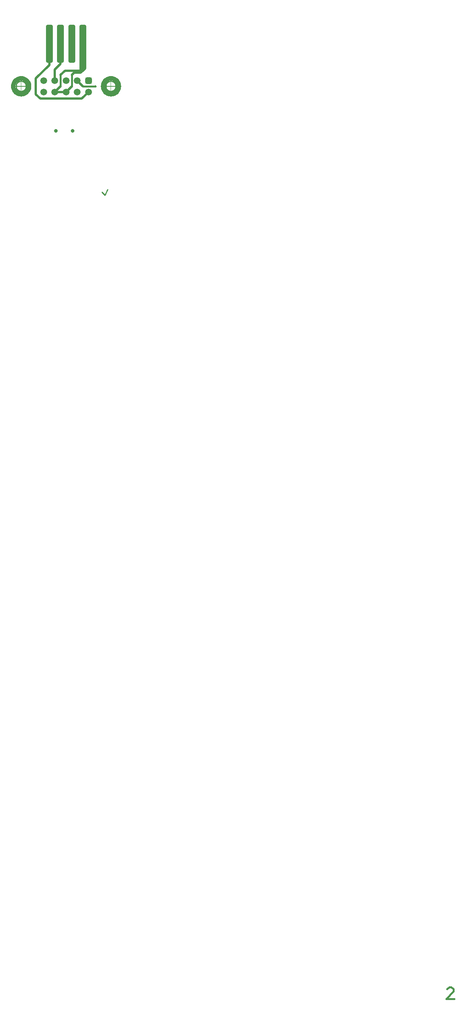
<source format=gtl>
G04*
G04  File:            CL_INTERFACE_8PIN_ADAPTER_(PCAD2006).GTL, Thu Oct 24 18:45:35 2019*
G04  Source:          P-CAD 2006 PCB, Version 19.02.958, (D:\retrocomputing\CL-interface\git\usb-current-loop-converter\pcb\cl_interface_8pin_adapter_(pcad2006).pcb)*
G04  Format:          Gerber Format (RS-274-D), ASCII*
G04*
G04  Format Options:  Absolute Positioning*
G04                   Leading-Zero Suppression*
G04                   Scale Factor 1:1*
G04                   NO Circular Interpolation*
G04                   Millimeter Units*
G04                   Numeric Format: 5.3 (XXXXX.XXX)*
G04                   G54 NOT Used for Aperture Change*
G04                   Apertures Embedded*
G04*
G04  File Options:    Offset = (0.000mm,0.000mm)*
G04                   Drill Symbol Size = 2.032mm*
G04                   Pad/Via Holes*
G04*
G04  File Contents:   Pads*
G04                   Vias*
G04                   No Designators*
G04                   No Types*
G04                   No Values*
G04                   No Drill Symbols*
G04                   Top*
G04*
%INCL_INTERFACE_8PIN_ADAPTER_(PCAD2006).GTL*%
%ICAS*%
%MOMM*%
G04*
G04  Aperture MACROs for general use --- invoked via D-code assignment *
G04*
G04  General MACRO for flashed round with rotation and/or offset hole *
%AMROTOFFROUND*
1,1,$1,0.0000,0.0000*
1,0,$2,$3,$4*%
G04*
G04  General MACRO for flashed oval (obround) with rotation and/or offset hole *
%AMROTOFFOVAL*
21,1,$1,$2,0.0000,0.0000,$3*
1,1,$4,$5,$6*
1,1,$4,0-$5,0-$6*
1,0,$7,$8,$9*%
G04*
G04  General MACRO for flashed oval (obround) with rotation and no hole *
%AMROTOVALNOHOLE*
21,1,$1,$2,0.0000,0.0000,$3*
1,1,$4,$5,$6*
1,1,$4,0-$5,0-$6*%
G04*
G04  General MACRO for flashed rectangle with rotation and/or offset hole *
%AMROTOFFRECT*
21,1,$1,$2,0.0000,0.0000,$3*
1,0,$4,$5,$6*%
G04*
G04  General MACRO for flashed rectangle with rotation and no hole *
%AMROTRECTNOHOLE*
21,1,$1,$2,0.0000,0.0000,$3*%
G04*
G04  General MACRO for flashed rounded-rectangle *
%AMROUNDRECT*
21,1,$1,$2-$4,0.0000,0.0000,$3*
21,1,$1-$4,$2,0.0000,0.0000,$3*
1,1,$4,$5,$6*
1,1,$4,$7,$8*
1,1,$4,0-$5,0-$6*
1,1,$4,0-$7,0-$8*
1,0,$9,$10,$11*%
G04*
G04  General MACRO for flashed rounded-rectangle with rotation and no hole *
%AMROUNDRECTNOHOLE*
21,1,$1,$2-$4,0.0000,0.0000,$3*
21,1,$1-$4,$2,0.0000,0.0000,$3*
1,1,$4,$5,$6*
1,1,$4,$7,$8*
1,1,$4,0-$5,0-$6*
1,1,$4,0-$7,0-$8*%
G04*
G04  General MACRO for flashed regular polygon *
%AMREGPOLY*
5,1,$1,0.0000,0.0000,$2,$3+$4*
1,0,$5,$6,$7*%
G04*
G04  General MACRO for flashed regular polygon with no hole *
%AMREGPOLYNOHOLE*
5,1,$1,0.0000,0.0000,$2,$3+$4*%
G04*
G04  General MACRO for target *
%AMTARGET*
6,0,0,$1,$2,$3,4,$4,$5,$6*%
G04*
G04  General MACRO for mounting hole *
%AMMTHOLE*
1,1,$1,0,0*
1,0,$2,0,0*
$1=$1-$2*
$1=$1/2*
21,1,$2+$1,$3,0,0,$4*
21,1,$3,$2+$1,0,0,$4*%
G04*
G04*
G04  D10 : "Ellipse X0.254mm Y0.254mm H0.000mm 0.0deg (0.000mm,0.000mm) Draw"*
G04  Disc: OuterDia=0.2540*
%ADD10C, 0.2540*%
G04  D11 : "Ellipse X0.300mm Y0.300mm H0.000mm 0.0deg (0.000mm,0.000mm) Draw"*
G04  Disc: OuterDia=0.3000*
%ADD11C, 0.3000*%
G04  D12 : "Ellipse X0.400mm Y0.400mm H0.000mm 0.0deg (0.000mm,0.000mm) Draw"*
G04  Disc: OuterDia=0.4000*
%ADD12C, 0.4000*%
G04  D13 : "Ellipse X0.500mm Y0.500mm H0.000mm 0.0deg (0.000mm,0.000mm) Draw"*
G04  Disc: OuterDia=0.5000*
%ADD13C, 0.5000*%
G04  D14 : "Ellipse X0.050mm Y0.050mm H0.000mm 0.0deg (0.000mm,0.000mm) Draw"*
G04  Disc: OuterDia=0.0500*
%ADD14C, 0.0500*%
G04  D15 : "Ellipse X0.100mm Y0.100mm H0.000mm 0.0deg (0.000mm,0.000mm) Draw"*
G04  Disc: OuterDia=0.1000*
%ADD15C, 0.1000*%
G04  D16 : "Ellipse X0.800mm Y0.800mm H0.000mm 0.0deg (0.000mm,0.000mm) Draw"*
G04  Disc: OuterDia=0.8000*
%ADD16C, 0.8000*%
G04  D17 : "Ellipse X1.000mm Y1.000mm H0.000mm 0.0deg (0.000mm,0.000mm) Draw"*
G04  Disc: OuterDia=1.0000*
%ADD17C, 1.0000*%
G04  D18 : "Ellipse X0.130mm Y0.130mm H0.000mm 0.0deg (0.000mm,0.000mm) Draw"*
G04  Disc: OuterDia=0.1300*
%ADD18C, 0.1300*%
G04  D19 : "Ellipse X0.167mm Y0.167mm H0.000mm 0.0deg (0.000mm,0.000mm) Draw"*
G04  Disc: OuterDia=0.1670*
%ADD19C, 0.1670*%
G04  D20 : "Ellipse X0.170mm Y0.170mm H0.000mm 0.0deg (0.000mm,0.000mm) Draw"*
G04  Disc: OuterDia=0.1700*
%ADD20C, 0.1700*%
G04  D21 : "Ellipse X0.200mm Y0.200mm H0.000mm 0.0deg (0.000mm,0.000mm) Draw"*
G04  Disc: OuterDia=0.2000*
%ADD21C, 0.2000*%
G04  D22 : "Ellipse X0.250mm Y0.250mm H0.000mm 0.0deg (0.000mm,0.000mm) Draw"*
G04  Disc: OuterDia=0.2500*
%ADD22C, 0.2500*%
G04  D23 : "Ellipse X2.881mm Y2.881mm H0.000mm 0.0deg (0.000mm,0.000mm) Flash"*
G04  Disc: OuterDia=2.8810*
%ADD23C, 2.8810*%
G04  D24 : "Ellipse X0.800mm Y0.800mm H0.000mm 0.0deg (0.000mm,0.000mm) Flash"*
G04  Disc: OuterDia=0.8000*
%ADD24C, 0.8000*%
G04  D25 : "Ellipse X1.000mm Y1.000mm H0.000mm 0.0deg (0.000mm,0.000mm) Flash"*
G04  Disc: OuterDia=1.0000*
%ADD25C, 1.0000*%
G04  D26 : "Ellipse X1.500mm Y1.500mm H0.000mm 0.0deg (0.000mm,0.000mm) Flash"*
G04  Disc: OuterDia=1.5000*
%ADD26C, 1.5000*%
G04  D27 : "Ellipse X1.800mm Y1.800mm H0.000mm 0.0deg (0.000mm,0.000mm) Flash"*
G04  Disc: OuterDia=1.8000*
%ADD27C, 1.8000*%
G04  D28 : "Ellipse X1.881mm Y1.881mm H0.000mm 0.0deg (0.000mm,0.000mm) Flash"*
G04  Disc: OuterDia=1.8810*
%ADD28C, 1.8810*%
G04  D29 : "Ellipse X2.181mm Y2.181mm H0.000mm 0.0deg (0.000mm,0.000mm) Flash"*
G04  Disc: OuterDia=2.1810*
%ADD29C, 2.1810*%
G04  D30 : "Mounting Hole X2.500mm Y2.500mm H0.000mm 0.0deg (0.000mm,0.000mm) Flash"*
G04  Mounting Hole: Diameter=2.5000, Rotation=0.0, LineWidth=0.1270 *
%ADD30MTHOLE, 2.5000 X1.9920 X0.1270 X0.0*%
G04  D31 : "Rounded Rectangle X1.500mm Y8.500mm H0.000mm 0.0deg (0.000mm,0.000mm) Flash"*
G04  RoundRct: DimX=1.5000, DimY=8.5000, CornerRad=0.3750, Rotation=0.0, OffsetX=0.0000, OffsetY=0.0000, HoleDia=0.0000 *
%ADD31ROUNDRECTNOHOLE, 1.5000 X8.5000 X0.0 X0.7500 X-0.3750 X-3.8750 X-0.3750 X3.8750*%
G04  D32 : "Rounded Rectangle X1.881mm Y8.881mm H0.000mm 0.0deg (0.000mm,0.000mm) Flash"*
G04  RoundRct: DimX=1.8810, DimY=8.8810, CornerRad=0.4703, Rotation=0.0, OffsetX=0.0000, OffsetY=0.0000, HoleDia=0.0000 *
%ADD32ROUNDRECTNOHOLE, 1.8810 X8.8810 X0.0 X0.9405 X-0.4703 X-3.9703 X-0.4703 X3.9703*%
G04  D33 : "Rounded Rectangle X1.500mm Y1.500mm H0.000mm 0.0deg (0.000mm,0.000mm) Flash"*
G04  RoundRct: DimX=1.5000, DimY=1.5000, CornerRad=0.3750, Rotation=0.0, OffsetX=0.0000, OffsetY=0.0000, HoleDia=0.0000 *
%ADD33ROUNDRECTNOHOLE, 1.5000 X1.5000 X0.0 X0.7500 X-0.3750 X-0.3750 X-0.3750 X0.3750*%
G04  D34 : "Rounded Rectangle X1.800mm Y1.800mm H0.000mm 0.0deg (0.000mm,0.000mm) Flash"*
G04  RoundRct: DimX=1.8000, DimY=1.8000, CornerRad=0.4500, Rotation=0.0, OffsetX=0.0000, OffsetY=0.0000, HoleDia=0.0000 *
%ADD34ROUNDRECTNOHOLE, 1.8000 X1.8000 X0.0 X0.9000 X-0.4500 X-0.4500 X-0.4500 X0.4500*%
G04  D35 : "Rounded Rectangle X1.881mm Y1.881mm H0.000mm 0.0deg (0.000mm,0.000mm) Flash"*
G04  RoundRct: DimX=1.8810, DimY=1.8810, CornerRad=0.4703, Rotation=0.0, OffsetX=0.0000, OffsetY=0.0000, HoleDia=0.0000 *
%ADD35ROUNDRECTNOHOLE, 1.8810 X1.8810 X0.0 X0.9405 X-0.4703 X-0.4703 X-0.4703 X0.4703*%
G04  D36 : "Rounded Rectangle X2.181mm Y2.181mm H0.000mm 0.0deg (0.000mm,0.000mm) Flash"*
G04  RoundRct: DimX=2.1810, DimY=2.1810, CornerRad=0.5453, Rotation=0.0, OffsetX=0.0000, OffsetY=0.0000, HoleDia=0.0000 *
%ADD36ROUNDRECTNOHOLE, 2.1810 X2.1810 X0.0 X1.0905 X-0.5453 X-0.5453 X-0.5453 X0.5453*%
G04  D37 : "Ellipse X0.500mm Y0.500mm H0.000mm 0.0deg (0.000mm,0.000mm) Flash"*
G04  Disc: OuterDia=0.5000*
%ADD37C, 0.5000*%
G04*
%FSLAX53Y53*%
%SFA1B1*%
%OFA0.000B0.000*%
G04*
G71*
G90*
G01*
D2*
%LNTop*%
D13*
X107750Y209250*
X108750Y208250D1*
X107750Y212750D2*
Y209250D1*
X113250Y211000D2*
X112000Y209750D1*
X113250Y216000D2*
X112000Y214750D1*
X110750Y220500D2*
Y215750D1*
X113250Y220500D2*
Y216000D1*
X118000Y208250D2*
X119500Y209750D1*
X117000Y212250D2*
X118250Y211000D1*
D2*
D12*
X121000D1*
D2*
D13*
X117750Y214500*
Y214000D1*
Y216000D2*
Y214500D1*
Y214000D2*
X118250Y214500D1*
Y220500D2*
X117750D1*
Y216000*
X118250Y214500D2*
Y220500D1*
Y214500D2*
X118750Y215000D1*
Y216000*
Y220500D2*
X118250D1*
X118750Y216000D2*
Y220500D1*
X116250Y214000D2*
X117750D1*
D2*
D22*
X122487Y187425*
X123122Y186790D1*
X123757Y188060*
D2*
D17*
X124500Y212750*
X124250Y212732D1*
X124006Y212679*
X123773Y212591*
X123553Y212472*
X123353Y212322*
X123177Y212146*
X123027Y211946*
X122908Y211726*
X122820Y211493*
X122767Y211249*
X122750Y211000*
X122767Y210750*
X122820Y210506*
X122908Y210273*
X123027Y210053*
X123177Y209853*
X123353Y209677*
X123553Y209527*
X123773Y209408*
X124006Y209320*
X124250Y209267*
X124500Y209250*
X124749Y209267*
X124993Y209320*
X125226Y209408*
X125446Y209527*
X125646Y209677*
X125822Y209853*
X125972Y210053*
X126091Y210273*
X126179Y210506*
X126232Y210750*
X126250Y211000*
X126232Y211249*
X126179Y211493*
X126091Y211726*
X125972Y211946*
X125822Y212146*
X125646Y212322*
X125446Y212472*
X125226Y212591*
X124993Y212679*
X124749Y212732*
X124500Y212750*
D2*
D13*
X110750Y215750*
X107750Y212750D1*
X112000Y212250D2*
Y214750D1*
D2*
D12*
X113250Y211000*
Y213500D1*
D2*
D13*
X115750*
X116250Y214000D1*
D2*
D12*
X115750Y211000*
Y213500D1*
X199312Y10040D2*
X199812Y10540D1*
X200312*
X200812Y10040*
Y9540*
X199187Y7915*
X200937*
D2*
D17*
X104500Y212750*
X104250Y212732D1*
X104006Y212679*
X103773Y212591*
X103553Y212472*
X103353Y212322*
X103177Y212146*
X103027Y211946*
X102908Y211726*
X102820Y211493*
X102767Y211249*
X102750Y211000*
X102767Y210750*
X102820Y210506*
X102908Y210273*
X103027Y210053*
X103177Y209853*
X103353Y209677*
X103553Y209527*
X103773Y209408*
X104006Y209320*
X104250Y209267*
X104500Y209250*
X104749Y209267*
X104993Y209320*
X105226Y209408*
X105446Y209527*
X105646Y209677*
X105822Y209853*
X105972Y210053*
X106091Y210273*
X106179Y210506*
X106232Y210750*
X106250Y211000*
X106232Y211249*
X106179Y211493*
X106091Y211726*
X105972Y211946*
X105822Y212146*
X105646Y212322*
X105446Y212472*
X105226Y212591*
X104993Y212679*
X104749Y212732*
X104500Y212750*
D2*
D13*
X108750Y208250*
X118000D1*
X114500Y209750D2*
X115750Y211000D1*
X112000Y209750D2*
X114500D1*
X114250Y214500D2*
X117750D1*
X113250Y213500D2*
X114250Y214500D1*
D2*
D37*
X105737Y209762D3*
X104500Y209250D3*
X105737Y212237D3*
X104500Y212750D3*
X102750Y211000D3*
X106250D3*
X103262Y209762D3*
X103262Y212237D3*
D24*
X112185Y201099D3*
X115950Y201094D3*
D37*
X121000Y211000D3*
X117750Y216000D3*
X118750D3*
X123262Y209762D3*
X125737Y209762D3*
X124500Y209250D3*
X125737Y212237D3*
X123262Y212237D3*
X124500Y212750D3*
X122750Y211000D3*
X126250D3*
D31*
X113250Y220500D3*
X110750D3*
X115750D3*
X118250D3*
D30*
X104500Y211000D3*
D26*
X114500Y212250D3*
Y209750D3*
X112000Y212250D3*
Y209750D3*
X119500D3*
D33*
Y212250D3*
D30*
X124500Y211000D3*
D26*
X117000Y212250D3*
Y209750D3*
X109500Y212250D3*
Y209750D3*
D02M02*

</source>
